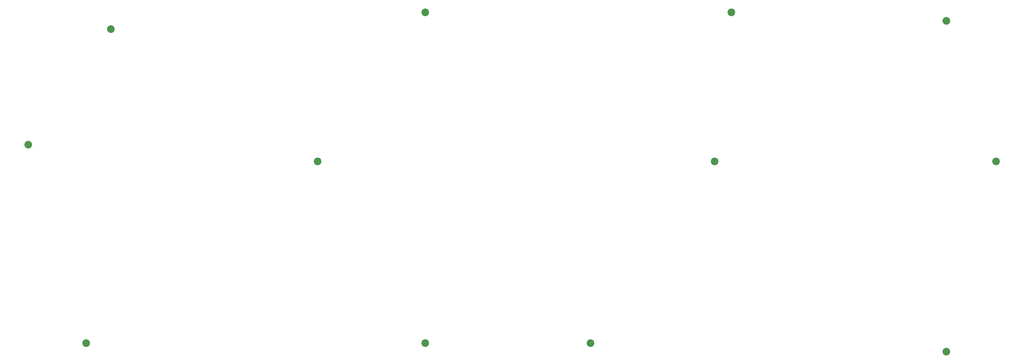
<source format=gbs>
G04 #@! TF.GenerationSoftware,KiCad,Pcbnew,(6.0.5-0)*
G04 #@! TF.CreationDate,2022-08-17T23:37:01+09:00*
G04 #@! TF.ProjectId,top-plate,746f702d-706c-4617-9465-2e6b69636164,rev?*
G04 #@! TF.SameCoordinates,Original*
G04 #@! TF.FileFunction,Soldermask,Bot*
G04 #@! TF.FilePolarity,Negative*
%FSLAX46Y46*%
G04 Gerber Fmt 4.6, Leading zero omitted, Abs format (unit mm)*
G04 Created by KiCad (PCBNEW (6.0.5-0)) date 2022-08-17 23:37:01*
%MOMM*%
%LPD*%
G01*
G04 APERTURE LIST*
%ADD10C,2.200000*%
G04 APERTURE END LIST*
D10*
X104775000Y-73818750D03*
X135731250Y-126206250D03*
X223837500Y-30956250D03*
X300037500Y-73818750D03*
X21431250Y-69056250D03*
X285750000Y-33337500D03*
X285750000Y-128587500D03*
X219075000Y-73818750D03*
X183356250Y-126206250D03*
X38100000Y-126206250D03*
X45243750Y-35718750D03*
X135731250Y-30956250D03*
M02*

</source>
